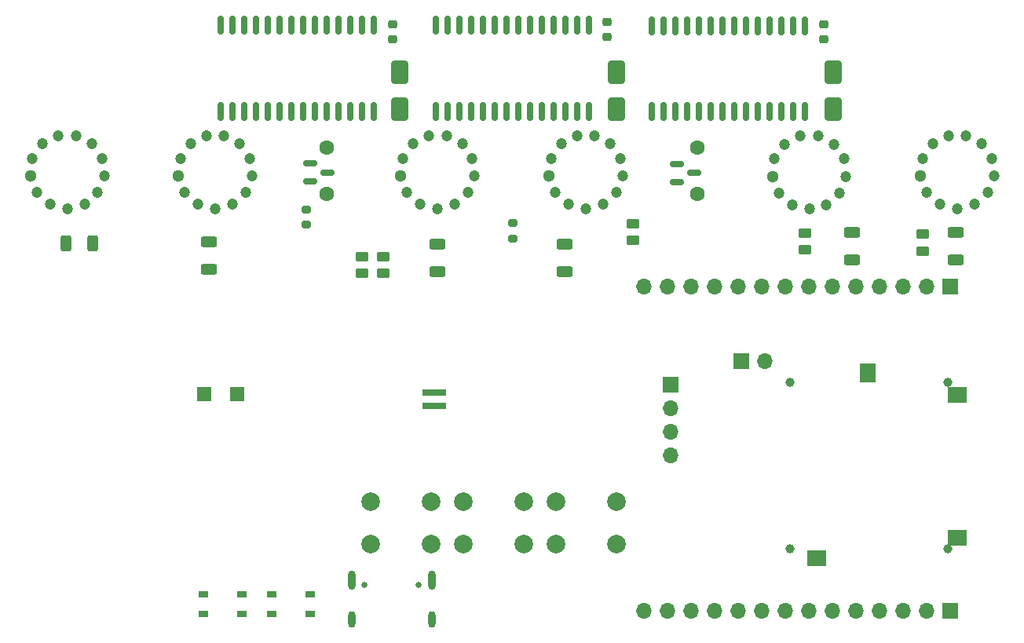
<source format=gbs>
%TF.GenerationSoftware,KiCad,Pcbnew,(7.0.0)*%
%TF.CreationDate,2023-08-29T20:45:16+09:00*%
%TF.ProjectId,IN-16_Nixie_Clock,494e2d31-365f-44e6-9978-69655f436c6f,rev?*%
%TF.SameCoordinates,Original*%
%TF.FileFunction,Soldermask,Bot*%
%TF.FilePolarity,Negative*%
%FSLAX46Y46*%
G04 Gerber Fmt 4.6, Leading zero omitted, Abs format (unit mm)*
G04 Created by KiCad (PCBNEW (7.0.0)) date 2023-08-29 20:45:16*
%MOMM*%
%LPD*%
G01*
G04 APERTURE LIST*
G04 Aperture macros list*
%AMRoundRect*
0 Rectangle with rounded corners*
0 $1 Rounding radius*
0 $2 $3 $4 $5 $6 $7 $8 $9 X,Y pos of 4 corners*
0 Add a 4 corners polygon primitive as box body*
4,1,4,$2,$3,$4,$5,$6,$7,$8,$9,$2,$3,0*
0 Add four circle primitives for the rounded corners*
1,1,$1+$1,$2,$3*
1,1,$1+$1,$4,$5*
1,1,$1+$1,$6,$7*
1,1,$1+$1,$8,$9*
0 Add four rect primitives between the rounded corners*
20,1,$1+$1,$2,$3,$4,$5,0*
20,1,$1+$1,$4,$5,$6,$7,0*
20,1,$1+$1,$6,$7,$8,$9,0*
20,1,$1+$1,$8,$9,$2,$3,0*%
G04 Aperture macros list end*
%ADD10R,2.500000X0.800000*%
%ADD11C,1.200000*%
%ADD12C,1.300000*%
%ADD13C,1.600000*%
%ADD14R,1.700000X1.700000*%
%ADD15O,1.700000X1.700000*%
%ADD16C,0.650000*%
%ADD17O,0.800000X2.100000*%
%ADD18O,0.800000X1.800000*%
%ADD19C,1.000000*%
%ADD20R,2.000000X1.800000*%
%ADD21R,1.800000X2.000000*%
%ADD22C,2.000000*%
%ADD23R,1.050000X0.650000*%
%ADD24R,1.500000X1.500000*%
%ADD25RoundRect,0.250000X-0.625000X0.312500X-0.625000X-0.312500X0.625000X-0.312500X0.625000X0.312500X0*%
%ADD26RoundRect,0.250000X0.650000X-1.000000X0.650000X1.000000X-0.650000X1.000000X-0.650000X-1.000000X0*%
%ADD27RoundRect,0.150000X-0.587500X-0.150000X0.587500X-0.150000X0.587500X0.150000X-0.587500X0.150000X0*%
%ADD28RoundRect,0.150000X0.150000X-0.875000X0.150000X0.875000X-0.150000X0.875000X-0.150000X-0.875000X0*%
%ADD29RoundRect,0.225000X-0.250000X0.225000X-0.250000X-0.225000X0.250000X-0.225000X0.250000X0.225000X0*%
%ADD30RoundRect,0.250000X-0.312500X-0.625000X0.312500X-0.625000X0.312500X0.625000X-0.312500X0.625000X0*%
%ADD31RoundRect,0.250000X-0.450000X0.262500X-0.450000X-0.262500X0.450000X-0.262500X0.450000X0.262500X0*%
%ADD32RoundRect,0.200000X-0.275000X0.200000X-0.275000X-0.200000X0.275000X-0.200000X0.275000X0.200000X0*%
G04 APERTURE END LIST*
D10*
%TO.C,BT1*%
X91619999Y-88911999D03*
X91619999Y-90411999D03*
%TD*%
D11*
%TO.C,N4*%
X107940000Y-69120000D03*
X109800000Y-68660000D03*
X111230000Y-67390000D03*
X111910000Y-65600000D03*
X111680000Y-63700000D03*
X110590000Y-62130000D03*
X108900000Y-61240000D03*
X106980000Y-61240000D03*
X105290000Y-62130000D03*
X104200000Y-63700000D03*
D12*
X103970000Y-65600000D03*
D11*
X104650000Y-67390000D03*
X106080000Y-68660000D03*
%TD*%
D13*
%TO.C,N9*%
X119990818Y-67524000D03*
X119990818Y-62524000D03*
%TD*%
D11*
%TO.C,N1*%
X132040000Y-69160000D03*
X133900000Y-68700000D03*
X135330000Y-67430000D03*
X136010000Y-65640000D03*
X135780000Y-63740000D03*
X134690000Y-62170000D03*
X133000000Y-61280000D03*
X131080000Y-61280000D03*
X129390000Y-62170000D03*
X128300000Y-63740000D03*
D12*
X128070000Y-65640000D03*
D11*
X128750000Y-67430000D03*
X130180000Y-68700000D03*
%TD*%
%TO.C,N8*%
X68000000Y-69100000D03*
X69860000Y-68640000D03*
X71290000Y-67370000D03*
X71970000Y-65580000D03*
X71740000Y-63680000D03*
X70650000Y-62110000D03*
X68960000Y-61220000D03*
X67040000Y-61220000D03*
X65350000Y-62110000D03*
X64260000Y-63680000D03*
D12*
X64030000Y-65580000D03*
D11*
X64710000Y-67370000D03*
X66140000Y-68640000D03*
%TD*%
%TO.C,N2*%
X148000000Y-69100000D03*
X149860000Y-68640000D03*
X151290000Y-67370000D03*
X151970000Y-65580000D03*
X151740000Y-63680000D03*
X150650000Y-62110000D03*
X148960000Y-61220000D03*
X147040000Y-61220000D03*
X145350000Y-62110000D03*
X144260000Y-63680000D03*
D12*
X144030000Y-65580000D03*
D11*
X144710000Y-67370000D03*
X146140000Y-68640000D03*
%TD*%
D14*
%TO.C,J3*%
X147199999Y-112499999D03*
D15*
X144659999Y-112499999D03*
X142119999Y-112499999D03*
X139579999Y-112499999D03*
X137039999Y-112499999D03*
X134499999Y-112499999D03*
X131959999Y-112499999D03*
X129419999Y-112499999D03*
X126879999Y-112499999D03*
X124339999Y-112499999D03*
X121799999Y-112499999D03*
X119259999Y-112499999D03*
X116719999Y-112499999D03*
X114179999Y-112499999D03*
%TD*%
D16*
%TO.C,J5*%
X84110000Y-109720000D03*
X89890000Y-109720000D03*
D17*
X82679999Y-109219999D03*
D18*
X82679999Y-113399999D03*
D17*
X91319999Y-109219999D03*
D18*
X91319999Y-113399999D03*
%TD*%
D19*
%TO.C,U3*%
X129972000Y-87824000D03*
X129972000Y-105824000D03*
X146972000Y-87824000D03*
X146972000Y-105824000D03*
D20*
X147971999Y-89223999D03*
D21*
X138371999Y-86823999D03*
D20*
X132871999Y-106823999D03*
X147971999Y-104623999D03*
%TD*%
D11*
%TO.C,N3*%
X91970000Y-69120000D03*
X93830000Y-68660000D03*
X95260000Y-67390000D03*
X95940000Y-65600000D03*
X95710000Y-63700000D03*
X94620000Y-62130000D03*
X92930000Y-61240000D03*
X91010000Y-61240000D03*
X89320000Y-62130000D03*
X88230000Y-63700000D03*
D12*
X88000000Y-65600000D03*
D11*
X88680000Y-67390000D03*
X90110000Y-68660000D03*
%TD*%
%TO.C,N7*%
X52040000Y-69120000D03*
X53900000Y-68660000D03*
X55330000Y-67390000D03*
X56010000Y-65600000D03*
X55780000Y-63700000D03*
X54690000Y-62130000D03*
X53000000Y-61240000D03*
X51080000Y-61240000D03*
X49390000Y-62130000D03*
X48300000Y-63700000D03*
D12*
X48070000Y-65600000D03*
D11*
X48750000Y-67390000D03*
X50180000Y-68660000D03*
%TD*%
D13*
%TO.C,N5*%
X80019183Y-67500000D03*
X80019183Y-62500000D03*
%TD*%
D14*
%TO.C,J2*%
X124708999Y-85597999D03*
D15*
X127248999Y-85597999D03*
%TD*%
D22*
%TO.C,SW3*%
X111250000Y-100750000D03*
X104750000Y-100750000D03*
X111250000Y-105250000D03*
X104750000Y-105250000D03*
%TD*%
D23*
%TO.C,SW4*%
X74124999Y-112834999D03*
X78274999Y-112834999D03*
X74124999Y-110684999D03*
X78274999Y-110684999D03*
%TD*%
D24*
%TO.C,TP1*%
X66807999Y-89153999D03*
%TD*%
D25*
%TO.C,R2*%
X147828000Y-71689500D03*
X147828000Y-74614500D03*
%TD*%
D22*
%TO.C,SW2*%
X101250000Y-100750000D03*
X94750000Y-100750000D03*
X101250000Y-105250000D03*
X94750000Y-105250000D03*
%TD*%
D26*
%TO.C,D3*%
X134620000Y-58388000D03*
X134620000Y-54388000D03*
%TD*%
D22*
%TO.C,SW1*%
X91250000Y-100750000D03*
X84750000Y-100750000D03*
X91250000Y-105250000D03*
X84750000Y-105250000D03*
%TD*%
D27*
%TO.C,Q1*%
X78262500Y-66150000D03*
X78262500Y-64250000D03*
X80137500Y-65200000D03*
%TD*%
D24*
%TO.C,TP2*%
X70357999Y-89153999D03*
%TD*%
D28*
%TO.C,U1*%
X85090000Y-58650000D03*
X83820000Y-58650000D03*
X82550000Y-58650000D03*
X81280000Y-58650000D03*
X80010000Y-58650000D03*
X78740000Y-58650000D03*
X77470000Y-58650000D03*
X76200000Y-58650000D03*
X74930000Y-58650000D03*
X73660000Y-58650000D03*
X72390000Y-58650000D03*
X71120000Y-58650000D03*
X69850000Y-58650000D03*
X68580000Y-58650000D03*
X68580000Y-49350000D03*
X69850000Y-49350000D03*
X71120000Y-49350000D03*
X72390000Y-49350000D03*
X73660000Y-49350000D03*
X74930000Y-49350000D03*
X76200000Y-49350000D03*
X77470000Y-49350000D03*
X78740000Y-49350000D03*
X80010000Y-49350000D03*
X81280000Y-49350000D03*
X82550000Y-49350000D03*
X83820000Y-49350000D03*
X85090000Y-49350000D03*
%TD*%
D25*
%TO.C,R4*%
X91948000Y-72959500D03*
X91948000Y-75884500D03*
%TD*%
D29*
%TO.C,C8*%
X87122000Y-49263000D03*
X87122000Y-50813000D03*
%TD*%
D30*
%TO.C,R12*%
X51877500Y-72898000D03*
X54802500Y-72898000D03*
%TD*%
D14*
%TO.C,J4*%
X147199999Y-77499999D03*
D15*
X144659999Y-77499999D03*
X142119999Y-77499999D03*
X139579999Y-77499999D03*
X137039999Y-77499999D03*
X134499999Y-77499999D03*
X131959999Y-77499999D03*
X129419999Y-77499999D03*
X126879999Y-77499999D03*
X124339999Y-77499999D03*
X121799999Y-77499999D03*
X119259999Y-77499999D03*
X116719999Y-77499999D03*
X114179999Y-77499999D03*
%TD*%
D28*
%TO.C,U5*%
X108300000Y-58600000D03*
X107030000Y-58600000D03*
X105760000Y-58600000D03*
X104490000Y-58600000D03*
X103220000Y-58600000D03*
X101950000Y-58600000D03*
X100680000Y-58600000D03*
X99410000Y-58600000D03*
X98140000Y-58600000D03*
X96870000Y-58600000D03*
X95600000Y-58600000D03*
X94330000Y-58600000D03*
X93060000Y-58600000D03*
X91790000Y-58600000D03*
X91790000Y-49300000D03*
X93060000Y-49300000D03*
X94330000Y-49300000D03*
X95600000Y-49300000D03*
X96870000Y-49300000D03*
X98140000Y-49300000D03*
X99410000Y-49300000D03*
X100680000Y-49300000D03*
X101950000Y-49300000D03*
X103220000Y-49300000D03*
X104490000Y-49300000D03*
X105760000Y-49300000D03*
X107030000Y-49300000D03*
X108300000Y-49300000D03*
%TD*%
D26*
%TO.C,D1*%
X87859000Y-58388000D03*
X87859000Y-54388000D03*
%TD*%
D27*
%TO.C,Q2*%
X117759000Y-66228000D03*
X117759000Y-64328000D03*
X119634000Y-65278000D03*
%TD*%
D25*
%TO.C,R5*%
X105664000Y-72959500D03*
X105664000Y-75884500D03*
%TD*%
D23*
%TO.C,SW5*%
X66758999Y-112834999D03*
X70908999Y-112834999D03*
X66758999Y-110684999D03*
X70908999Y-110684999D03*
%TD*%
D31*
%TO.C,R13*%
X144272000Y-71882000D03*
X144272000Y-73707000D03*
%TD*%
D29*
%TO.C,C11*%
X133604000Y-49263000D03*
X133604000Y-50813000D03*
%TD*%
D32*
%TO.C,R15*%
X100076000Y-70675000D03*
X100076000Y-72325000D03*
%TD*%
%TO.C,R3*%
X77800000Y-69175000D03*
X77800000Y-70825000D03*
%TD*%
D29*
%TO.C,C10*%
X110236000Y-49009000D03*
X110236000Y-50559000D03*
%TD*%
D31*
%TO.C,R10*%
X113030000Y-70715500D03*
X113030000Y-72540500D03*
%TD*%
%TO.C,R17*%
X131572000Y-71731500D03*
X131572000Y-73556500D03*
%TD*%
D26*
%TO.C,D2*%
X111252000Y-58388000D03*
X111252000Y-54388000D03*
%TD*%
D31*
%TO.C,R9*%
X86106000Y-74271500D03*
X86106000Y-76096500D03*
%TD*%
D14*
%TO.C,J1*%
X117093999Y-88137999D03*
D15*
X117093999Y-90677999D03*
X117093999Y-93217999D03*
X117093999Y-95757999D03*
%TD*%
D25*
%TO.C,R1*%
X136652000Y-71689500D03*
X136652000Y-74614500D03*
%TD*%
%TO.C,R14*%
X67310000Y-72705500D03*
X67310000Y-75630500D03*
%TD*%
D28*
%TO.C,U6*%
X131572000Y-58674000D03*
X130302000Y-58674000D03*
X129032000Y-58674000D03*
X127762000Y-58674000D03*
X126492000Y-58674000D03*
X125222000Y-58674000D03*
X123952000Y-58674000D03*
X122682000Y-58674000D03*
X121412000Y-58674000D03*
X120142000Y-58674000D03*
X118872000Y-58674000D03*
X117602000Y-58674000D03*
X116332000Y-58674000D03*
X115062000Y-58674000D03*
X115062000Y-49374000D03*
X116332000Y-49374000D03*
X117602000Y-49374000D03*
X118872000Y-49374000D03*
X120142000Y-49374000D03*
X121412000Y-49374000D03*
X122682000Y-49374000D03*
X123952000Y-49374000D03*
X125222000Y-49374000D03*
X126492000Y-49374000D03*
X127762000Y-49374000D03*
X129032000Y-49374000D03*
X130302000Y-49374000D03*
X131572000Y-49374000D03*
%TD*%
D31*
%TO.C,R11*%
X83820000Y-74271500D03*
X83820000Y-76096500D03*
%TD*%
M02*

</source>
